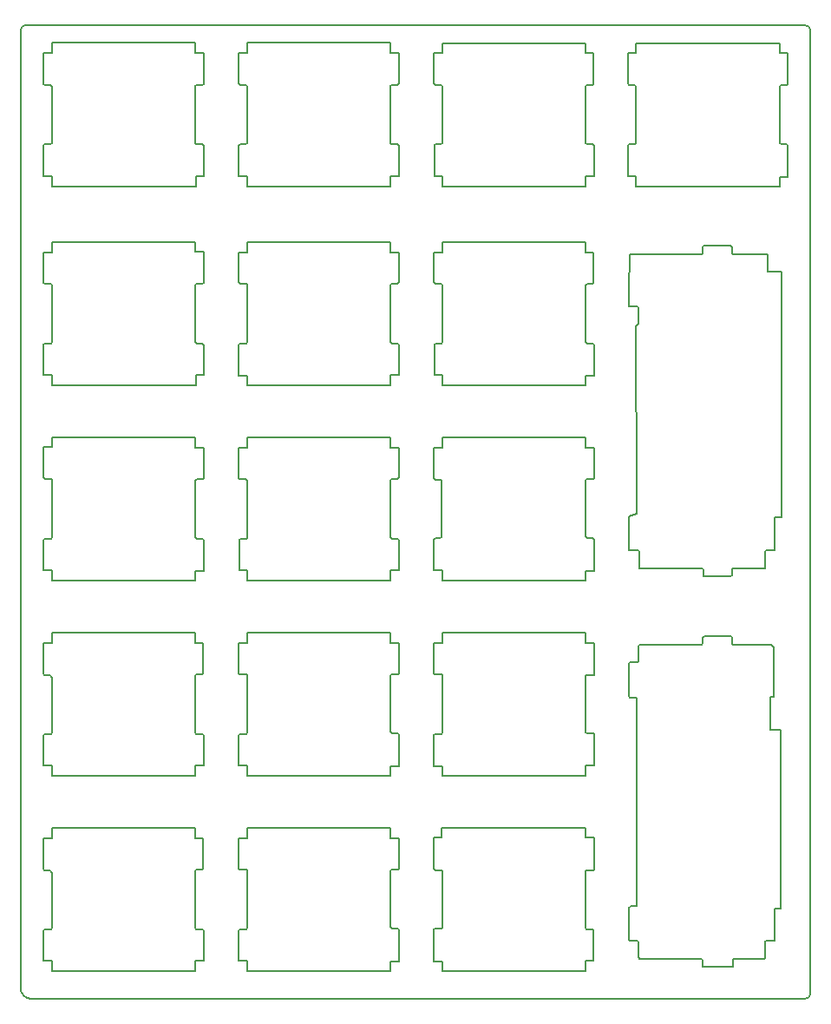
<source format=gm1>
G04 #@! TF.GenerationSoftware,KiCad,Pcbnew,(5.1.9)-1*
G04 #@! TF.CreationDate,2021-05-26T14:26:09+01:00*
G04 #@! TF.ProjectId,YamPlate,59616d50-6c61-4746-952e-6b696361645f,rev?*
G04 #@! TF.SameCoordinates,Original*
G04 #@! TF.FileFunction,Profile,NP*
%FSLAX46Y46*%
G04 Gerber Fmt 4.6, Leading zero omitted, Abs format (unit mm)*
G04 Created by KiCad (PCBNEW (5.1.9)-1) date 2021-05-26 14:26:09*
%MOMM*%
%LPD*%
G01*
G04 APERTURE LIST*
G04 #@! TA.AperFunction,Profile*
%ADD10C,0.150000*%
G04 #@! TD*
G04 APERTURE END LIST*
D10*
X121158000Y-150215600D02*
X135178800Y-150215600D01*
X135178800Y-150215600D02*
X135178800Y-149250400D01*
X135178800Y-149250400D02*
X135991600Y-149250400D01*
X116230400Y-140309600D02*
X116789200Y-140309600D01*
X116941600Y-146202400D02*
X116789200Y-146100800D01*
X116890800Y-140208000D02*
X116890800Y-137210800D01*
X101295200Y-140208000D02*
X101346000Y-140360400D01*
X116128800Y-145999200D02*
X116128800Y-140411200D01*
X116890800Y-137210800D02*
X116128800Y-137210800D01*
X102057200Y-140512800D02*
X102108000Y-140563600D01*
X101295200Y-146253200D02*
X101295200Y-149199600D01*
X116128800Y-150215600D02*
X116128800Y-149199600D01*
X101346000Y-140360400D02*
X101955600Y-140360400D01*
X116128800Y-140411200D02*
X116230400Y-140309600D01*
X101955600Y-140360400D02*
X102057200Y-140512800D01*
X101295200Y-149199600D02*
X102108000Y-149199600D01*
X102006400Y-146100800D02*
X101447600Y-146100800D01*
X102108000Y-149199600D02*
X102108000Y-150215600D01*
X116789200Y-146100800D02*
X116179600Y-146100800D01*
X116789200Y-140309600D02*
X116890800Y-140208000D01*
X116128800Y-137210800D02*
X116128800Y-136194800D01*
X102108000Y-140563600D02*
X102108000Y-145999200D01*
X116179600Y-146100800D02*
X116128800Y-145999200D01*
X102108000Y-145999200D02*
X102006400Y-146100800D01*
X101447600Y-146100800D02*
X101295200Y-146253200D01*
X102108000Y-150215600D02*
X116128800Y-150215600D01*
X116128800Y-149199600D02*
X116941600Y-149199600D01*
X116941600Y-149199600D02*
X116941600Y-146202400D01*
X135178800Y-136194800D02*
X121158000Y-136194800D01*
X121158000Y-149199600D02*
X121158000Y-150215600D01*
X121107200Y-140309600D02*
X121158000Y-140411200D01*
X121158000Y-145999200D02*
X121056400Y-146100800D01*
X120497600Y-146100800D02*
X120345200Y-146253200D01*
X120345200Y-149199600D02*
X121158000Y-149199600D01*
X135178800Y-145897600D02*
X135178800Y-140411200D01*
X120345200Y-140208000D02*
X120446800Y-140309600D01*
X135991600Y-140208000D02*
X135991600Y-137210800D01*
X135280400Y-140309600D02*
X135890000Y-140309600D01*
X135331200Y-146050000D02*
X135178800Y-145897600D01*
X135178800Y-140411200D02*
X135280400Y-140309600D01*
X121158000Y-137210800D02*
X120345200Y-137210800D01*
X135991600Y-146202400D02*
X135890000Y-146050000D01*
X135890000Y-146050000D02*
X135331200Y-146050000D01*
X135890000Y-140309600D02*
X135991600Y-140208000D01*
X120446800Y-140309600D02*
X121107200Y-140309600D01*
X121158000Y-136194800D02*
X121158000Y-137210800D01*
X120345200Y-146253200D02*
X120345200Y-149199600D01*
X121158000Y-140411200D02*
X121158000Y-145999200D01*
X135991600Y-137210800D02*
X135178800Y-137210800D01*
X135991600Y-149250400D02*
X135991600Y-146202400D01*
X121056400Y-146100800D02*
X120497600Y-146100800D01*
X135178800Y-137210800D02*
X135178800Y-136194800D01*
X120345200Y-137210800D02*
X120345200Y-140208000D01*
X101295200Y-137210800D02*
X101295200Y-140208000D01*
X116128800Y-136194800D02*
X102108000Y-136194800D01*
X102108000Y-136194800D02*
X102108000Y-137210800D01*
X102108000Y-137210800D02*
X101295200Y-137210800D01*
X158470600Y-63754000D02*
X158978600Y-63754000D01*
X158318200Y-60655200D02*
X158318200Y-63601600D01*
X173964600Y-69697600D02*
X173812200Y-69545200D01*
X173151800Y-60655200D02*
X173151800Y-59690000D01*
X173812200Y-69545200D02*
X173304200Y-69545200D01*
X159131000Y-72644000D02*
X159131000Y-73660000D01*
X173151800Y-63906400D02*
X173253400Y-63754000D01*
X173151800Y-69443600D02*
X173151800Y-63906400D01*
X159131000Y-60655200D02*
X158318200Y-60655200D01*
X159131000Y-63855600D02*
X159131000Y-69443600D01*
X173151800Y-73660000D02*
X173151800Y-72694800D01*
X173913800Y-63652400D02*
X173913800Y-60655200D01*
X173964600Y-72694800D02*
X173964600Y-69697600D01*
X158369000Y-72644000D02*
X159131000Y-72644000D01*
X159131000Y-69443600D02*
X159029400Y-69545200D01*
X173304200Y-69545200D02*
X173151800Y-69443600D01*
X173812200Y-63754000D02*
X173913800Y-63652400D01*
X173913800Y-60655200D02*
X173151800Y-60655200D01*
X173151800Y-72694800D02*
X173964600Y-72694800D01*
X158470600Y-69545200D02*
X158369000Y-69646800D01*
X173151800Y-73660000D02*
X159131000Y-73660000D01*
X158978600Y-63754000D02*
X159131000Y-63855600D01*
X173253400Y-63754000D02*
X173812200Y-63754000D01*
X159029400Y-69545200D02*
X158470600Y-69545200D01*
X159131000Y-59690000D02*
X159131000Y-60655200D01*
X173151800Y-59690000D02*
X159131000Y-59690000D01*
X158369000Y-69646800D02*
X158369000Y-72644000D01*
X158318200Y-63601600D02*
X158470600Y-63754000D01*
X172212000Y-123444000D02*
X172593000Y-123444000D01*
X172212000Y-126593600D02*
X172212000Y-123444000D01*
X135270400Y-63729600D02*
X135168800Y-63831200D01*
X135168800Y-59614800D02*
X135168800Y-60630800D01*
X120487600Y-63729600D02*
X120335200Y-63577200D01*
X120335200Y-63577200D02*
X120335200Y-60630800D01*
X121148000Y-60630800D02*
X121148000Y-59614800D01*
X135168800Y-60630800D02*
X135981600Y-60630800D01*
X121148000Y-59614800D02*
X135168800Y-59614800D01*
X135981600Y-60630800D02*
X135981600Y-63577200D01*
X135981600Y-63577200D02*
X135829200Y-63729600D01*
X135981600Y-72619600D02*
X135168800Y-72619600D01*
X135168800Y-63831200D02*
X135168800Y-69419200D01*
X135829200Y-69520800D02*
X135981600Y-69673200D01*
X116118800Y-73635600D02*
X102098000Y-73635600D01*
X135168800Y-69419200D02*
X135270400Y-69520800D01*
X135168800Y-72619600D02*
X135168800Y-73635600D01*
X135981600Y-69673200D02*
X135981600Y-72619600D01*
X102098000Y-73635600D02*
X102098000Y-72619600D01*
X135829200Y-63729600D02*
X135270400Y-63729600D01*
X120335200Y-60630800D02*
X121148000Y-60630800D01*
X121148000Y-69419200D02*
X121148000Y-63831200D01*
X135270400Y-69520800D02*
X135829200Y-69520800D01*
X121148000Y-63831200D02*
X121046400Y-63729600D01*
X121046400Y-63729600D02*
X120487600Y-63729600D01*
X116779200Y-63729600D02*
X116220400Y-63729600D01*
X116118800Y-60580000D02*
X116931600Y-60580000D01*
X116931600Y-63628000D02*
X116779200Y-63729600D01*
X102098000Y-69419200D02*
X102098000Y-63882000D01*
X116118800Y-69419200D02*
X116220400Y-69520800D01*
X116118800Y-59614800D02*
X116118800Y-60580000D01*
X101996400Y-63729600D02*
X101437600Y-63729600D01*
X116779200Y-69520800D02*
X116880800Y-69622400D01*
X116220400Y-63729600D02*
X116118800Y-63831200D01*
X116931600Y-60580000D02*
X116931600Y-63628000D01*
X116220400Y-69520800D02*
X116779200Y-69520800D01*
X102098000Y-59614800D02*
X116118800Y-59614800D01*
X102098000Y-72619600D02*
X101285200Y-72619600D01*
X102098000Y-60630800D02*
X102098000Y-59614800D01*
X101285200Y-63628000D02*
X101285200Y-60630800D01*
X116118800Y-63831200D02*
X116118800Y-69419200D01*
X101285200Y-72619600D02*
X101285200Y-69673200D01*
X101285200Y-69673200D02*
X101386800Y-69520800D01*
X101386800Y-69520800D02*
X101996400Y-69520800D01*
X101996400Y-69520800D02*
X102098000Y-69419200D01*
X102098000Y-63882000D02*
X101996400Y-63729600D01*
X101437600Y-63729600D02*
X101285200Y-63628000D01*
X101285200Y-60630800D02*
X102098000Y-60630800D01*
X155031600Y-72670400D02*
X155031600Y-69673200D01*
X154980800Y-60630800D02*
X154218800Y-60630800D01*
X155031600Y-69673200D02*
X154879200Y-69520800D01*
X154320400Y-63729600D02*
X154879200Y-63729600D01*
X154218800Y-69419200D02*
X154218800Y-63882000D01*
X154879200Y-63729600D02*
X154980800Y-63628000D01*
X154879200Y-69520800D02*
X154371200Y-69520800D01*
X154980800Y-63628000D02*
X154980800Y-60630800D01*
X154218800Y-63882000D02*
X154320400Y-63729600D01*
X154218800Y-73635600D02*
X154218800Y-72670400D01*
X154218800Y-72670400D02*
X155031600Y-72670400D01*
X154371200Y-69520800D02*
X154218800Y-69419200D01*
X140096400Y-69520800D02*
X139537600Y-69520800D01*
X140198000Y-69419200D02*
X140096400Y-69520800D01*
X139436000Y-72619600D02*
X140198000Y-72619600D01*
X140198000Y-72619600D02*
X140198000Y-73635600D01*
X121148000Y-73635600D02*
X121148000Y-72670400D01*
X120335200Y-72670400D02*
X120335200Y-69673200D01*
X120335200Y-69673200D02*
X120487600Y-69520800D01*
X121046400Y-69520800D02*
X121148000Y-69419200D01*
X154218800Y-60630800D02*
X154218800Y-59665600D01*
X121148000Y-72670400D02*
X120335200Y-72670400D01*
X154218800Y-59665600D02*
X140198000Y-59665600D01*
X140198000Y-59665600D02*
X140198000Y-60630800D01*
X140198000Y-63831200D02*
X140198000Y-69419200D01*
X120487600Y-69520800D02*
X121046400Y-69520800D01*
X140198000Y-60630800D02*
X139385200Y-60630800D01*
X139385200Y-60630800D02*
X139385200Y-63577200D01*
X139385200Y-63577200D02*
X139537600Y-63729600D01*
X135168800Y-73635600D02*
X121148000Y-73635600D01*
X140045600Y-63729600D02*
X140198000Y-63831200D01*
X139436000Y-69622400D02*
X139436000Y-72619600D01*
X154218800Y-73635600D02*
X140198000Y-73635600D01*
X139537600Y-69520800D02*
X139436000Y-69622400D01*
X139537600Y-63729600D02*
X140045600Y-63729600D01*
X116931600Y-72619600D02*
X116169600Y-72619600D01*
X116169600Y-72619600D02*
X116169600Y-73635600D01*
X116169600Y-73635600D02*
X116118800Y-73635600D01*
X116880800Y-69622400D02*
X116931600Y-69673200D01*
X116931600Y-69673200D02*
X116931600Y-72619600D01*
X155041600Y-121361200D02*
X155041600Y-121158000D01*
X154228800Y-121361200D02*
X155041600Y-121361200D01*
X172339000Y-118364000D02*
X171551600Y-118364000D01*
X172593000Y-118618000D02*
X172339000Y-118364000D01*
X172593000Y-120015000D02*
X172593000Y-118618000D01*
X172593000Y-123444000D02*
X172593000Y-120015000D01*
X173228000Y-126619000D02*
X172212000Y-126619000D01*
X173228000Y-144068800D02*
X173228000Y-126619000D01*
X159156400Y-123494800D02*
X158496000Y-123494800D01*
X159156400Y-126695200D02*
X159156400Y-123494800D01*
X171958000Y-80264000D02*
X171627800Y-80264000D01*
X172618400Y-105918000D02*
X173355000Y-105918000D01*
X172618400Y-105918000D02*
X172618400Y-109067600D01*
X173355000Y-102870000D02*
X173355000Y-105918000D01*
X171958000Y-81915000D02*
X171958000Y-80264000D01*
X172720000Y-81915000D02*
X171958000Y-81915000D01*
X173355000Y-81915000D02*
X173355000Y-102870000D01*
X172720000Y-81915000D02*
X173355000Y-81915000D01*
X158546800Y-80264000D02*
X165506400Y-80264000D01*
X158546800Y-80264000D02*
X158546800Y-80365600D01*
X158546800Y-81940400D02*
X158546800Y-80365600D01*
X158521400Y-81991200D02*
X158546800Y-81940400D01*
X171704000Y-110947200D02*
X171704000Y-110794800D01*
X168478200Y-110947200D02*
X171704000Y-110947200D01*
X165684200Y-111023400D02*
X165582600Y-110871000D01*
X159156400Y-105562400D02*
X158394400Y-105867200D01*
X100076000Y-152908000D02*
X100038800Y-152905575D01*
X159131000Y-87249000D02*
X159385000Y-86995000D01*
X159131000Y-88620600D02*
X159131000Y-87249000D01*
X159156400Y-102489000D02*
X159156400Y-105562400D01*
X172669200Y-144068800D02*
X172669200Y-144119600D01*
X173228000Y-144068800D02*
X172669200Y-144068800D01*
X158648400Y-143865600D02*
X158546800Y-143916400D01*
X159156400Y-143865600D02*
X158648400Y-143865600D01*
X159156400Y-140563600D02*
X159156400Y-143865600D01*
X100038800Y-152905575D02*
G75*
G02*
X99060000Y-151790400I87999J1064376D01*
G01*
X116179600Y-93065600D02*
X116128800Y-93065600D01*
X116179600Y-92049600D02*
X116179600Y-93065600D01*
X116941600Y-92049600D02*
X116179600Y-92049600D01*
X116941600Y-89103200D02*
X116941600Y-92049600D01*
X116890800Y-89052400D02*
X116941600Y-89103200D01*
X116789200Y-88950800D02*
X116890800Y-89052400D01*
X116230400Y-88950800D02*
X116789200Y-88950800D01*
X116128800Y-88849200D02*
X116230400Y-88950800D01*
X116128800Y-83261200D02*
X116128800Y-88849200D01*
X116230400Y-83159600D02*
X116128800Y-83261200D01*
X116789200Y-83159600D02*
X116230400Y-83159600D01*
X116941600Y-83058000D02*
X116789200Y-83159600D01*
X116941600Y-80010000D02*
X116941600Y-83058000D01*
X116128800Y-80010000D02*
X116941600Y-80010000D01*
X116128800Y-79044800D02*
X116128800Y-80010000D01*
X102108000Y-79044800D02*
X116128800Y-79044800D01*
X102108000Y-80060800D02*
X102108000Y-79044800D01*
X101295200Y-80060800D02*
X102108000Y-80060800D01*
X101295200Y-83058000D02*
X101295200Y-80060800D01*
X101447600Y-83159600D02*
X101295200Y-83058000D01*
X102006400Y-83159600D02*
X101447600Y-83159600D01*
X102108000Y-83312000D02*
X102006400Y-83159600D01*
X102108000Y-88849200D02*
X102108000Y-83312000D01*
X102006400Y-88950800D02*
X102108000Y-88849200D01*
X101396800Y-88950800D02*
X102006400Y-88950800D01*
X101295200Y-89103200D02*
X101396800Y-88950800D01*
X101295200Y-92049600D02*
X101295200Y-89103200D01*
X102108000Y-92049600D02*
X101295200Y-92049600D01*
X102108000Y-93065600D02*
X102108000Y-92049600D01*
X116128800Y-93065600D02*
X102108000Y-93065600D01*
X135178800Y-92049600D02*
X135178800Y-93065600D01*
X135991600Y-92049600D02*
X135178800Y-92049600D01*
X135991600Y-89103200D02*
X135991600Y-92049600D01*
X135839200Y-88950800D02*
X135991600Y-89103200D01*
X135280400Y-88950800D02*
X135839200Y-88950800D01*
X135178800Y-88849200D02*
X135280400Y-88950800D01*
X135178800Y-83261200D02*
X135178800Y-88849200D01*
X135280400Y-83159600D02*
X135178800Y-83261200D01*
X135839200Y-83159600D02*
X135280400Y-83159600D01*
X135991600Y-83007200D02*
X135839200Y-83159600D01*
X135991600Y-80060800D02*
X135991600Y-83007200D01*
X135178800Y-80060800D02*
X135991600Y-80060800D01*
X135178800Y-79044800D02*
X135178800Y-80060800D01*
X121158000Y-79044800D02*
X135178800Y-79044800D01*
X121158000Y-80060800D02*
X121158000Y-79044800D01*
X120345200Y-80060800D02*
X121158000Y-80060800D01*
X120345200Y-83007200D02*
X120345200Y-80060800D01*
X120497600Y-83159600D02*
X120345200Y-83007200D01*
X121056400Y-83159600D02*
X120497600Y-83159600D01*
X121158000Y-83261200D02*
X121056400Y-83159600D01*
X121158000Y-88849200D02*
X121158000Y-83261200D01*
X121056400Y-88950800D02*
X121158000Y-88849200D01*
X120497600Y-88950800D02*
X121056400Y-88950800D01*
X120345200Y-89103200D02*
X120497600Y-88950800D01*
X120345200Y-92100400D02*
X120345200Y-89103200D01*
X121158000Y-92100400D02*
X120345200Y-92100400D01*
X121158000Y-93065600D02*
X121158000Y-92100400D01*
X135178800Y-93065600D02*
X121158000Y-93065600D01*
X154228800Y-93065600D02*
X140208000Y-93065600D01*
X140208000Y-92049600D02*
X140208000Y-93065600D01*
X139446000Y-92049600D02*
X140208000Y-92049600D01*
X139446000Y-89052400D02*
X139446000Y-92049600D01*
X139547600Y-88950800D02*
X139446000Y-89052400D01*
X140106400Y-88950800D02*
X139547600Y-88950800D01*
X140208000Y-88849200D02*
X140106400Y-88950800D01*
X140208000Y-83261200D02*
X140208000Y-88849200D01*
X140055600Y-83159600D02*
X140208000Y-83261200D01*
X139547600Y-83159600D02*
X140055600Y-83159600D01*
X139395200Y-83007200D02*
X139547600Y-83159600D01*
X139395200Y-80060800D02*
X139395200Y-83007200D01*
X140208000Y-80060800D02*
X139395200Y-80060800D01*
X140208000Y-79095600D02*
X140208000Y-80060800D01*
X154228800Y-79095600D02*
X140208000Y-79095600D01*
X154228800Y-80060800D02*
X154228800Y-79095600D01*
X154990800Y-80060800D02*
X154228800Y-80060800D01*
X154990800Y-83058000D02*
X154990800Y-80060800D01*
X154889200Y-83159600D02*
X154990800Y-83058000D01*
X154330400Y-83159600D02*
X154889200Y-83159600D01*
X154228800Y-83312000D02*
X154330400Y-83159600D01*
X154228800Y-88849200D02*
X154228800Y-83312000D01*
X154381200Y-88950800D02*
X154228800Y-88849200D01*
X154889200Y-88950800D02*
X154381200Y-88950800D01*
X155041600Y-89103200D02*
X154889200Y-88950800D01*
X155041600Y-92100400D02*
X155041600Y-89103200D01*
X154228800Y-92100400D02*
X155041600Y-92100400D01*
X154228800Y-93065600D02*
X154228800Y-92100400D01*
X140208000Y-99110800D02*
X139395200Y-99110800D01*
X140208000Y-98094800D02*
X140208000Y-99110800D01*
X154228800Y-98094800D02*
X140208000Y-98094800D01*
X154228800Y-99110800D02*
X154228800Y-98094800D01*
X155041600Y-99110800D02*
X154228800Y-99110800D01*
X155041600Y-102108000D02*
X155041600Y-99110800D01*
X154940000Y-102209600D02*
X155041600Y-102108000D01*
X154330400Y-102209600D02*
X154940000Y-102209600D01*
X154228800Y-102311200D02*
X154330400Y-102209600D01*
X154228800Y-107797600D02*
X154228800Y-102311200D01*
X154330400Y-107950000D02*
X154228800Y-107797600D01*
X154889200Y-107950000D02*
X154330400Y-107950000D01*
X155041600Y-108102400D02*
X154889200Y-107950000D01*
X155041600Y-111150400D02*
X155041600Y-108102400D01*
X154228800Y-111150400D02*
X155041600Y-111150400D01*
X154228800Y-112115600D02*
X154228800Y-111150400D01*
X140208000Y-112115600D02*
X154228800Y-112115600D01*
X140208000Y-111099600D02*
X140208000Y-112115600D01*
X139395200Y-111099600D02*
X140208000Y-111099600D01*
X139395200Y-108102400D02*
X139395200Y-111099600D01*
X139547600Y-107950000D02*
X139395200Y-108102400D01*
X140004800Y-107950000D02*
X139547600Y-107950000D01*
X140157200Y-107848400D02*
X140004800Y-107950000D01*
X140157200Y-102362000D02*
X140157200Y-107848400D01*
X140055600Y-102260400D02*
X140157200Y-102362000D01*
X139547600Y-102260400D02*
X140055600Y-102260400D01*
X139395200Y-102108000D02*
X139547600Y-102260400D01*
X139395200Y-99110800D02*
X139395200Y-102108000D01*
X121158000Y-99110800D02*
X120345200Y-99110800D01*
X121158000Y-98094800D02*
X121158000Y-99110800D01*
X135178800Y-98094800D02*
X121158000Y-98094800D01*
X135178800Y-99110800D02*
X135178800Y-98094800D01*
X135991600Y-99110800D02*
X135178800Y-99110800D01*
X135991600Y-102057200D02*
X135991600Y-99110800D01*
X135839200Y-102209600D02*
X135991600Y-102057200D01*
X135280400Y-102209600D02*
X135839200Y-102209600D01*
X135178800Y-102311200D02*
X135280400Y-102209600D01*
X135178800Y-107899200D02*
X135178800Y-102311200D01*
X135280400Y-108000800D02*
X135178800Y-107899200D01*
X135839200Y-108000800D02*
X135280400Y-108000800D01*
X135991600Y-108153200D02*
X135839200Y-108000800D01*
X135991600Y-111099600D02*
X135991600Y-108153200D01*
X135178800Y-111099600D02*
X135991600Y-111099600D01*
X135178800Y-111150400D02*
X135178800Y-111099600D01*
X135178800Y-112115600D02*
X135178800Y-111150400D01*
X121158000Y-112115600D02*
X135178800Y-112115600D01*
X121158000Y-111099600D02*
X121158000Y-112115600D01*
X120396000Y-111099600D02*
X121158000Y-111099600D01*
X120396000Y-108153200D02*
X120396000Y-111099600D01*
X120497600Y-108051600D02*
X120396000Y-108153200D01*
X121056400Y-108051600D02*
X120497600Y-108051600D01*
X121158000Y-107950000D02*
X121056400Y-108051600D01*
X121158000Y-102362000D02*
X121158000Y-107950000D01*
X121005600Y-102209600D02*
X121158000Y-102362000D01*
X120446800Y-102209600D02*
X121005600Y-102209600D01*
X120345200Y-102108000D02*
X120446800Y-102209600D01*
X120345200Y-102006400D02*
X120345200Y-102108000D01*
X120345200Y-99110800D02*
X120345200Y-102006400D01*
X101447600Y-108000800D02*
X101320600Y-108127800D01*
X102006400Y-108000800D02*
X101447600Y-108000800D01*
X102108000Y-107899200D02*
X102006400Y-108000800D01*
X102108000Y-102311200D02*
X102108000Y-107899200D01*
X102006400Y-102209600D02*
X102108000Y-102311200D01*
X101447600Y-102209600D02*
X102006400Y-102209600D01*
X101295200Y-102057200D02*
X101447600Y-102209600D01*
X101295200Y-99060000D02*
X101295200Y-102057200D01*
X102108000Y-99060000D02*
X101295200Y-99060000D01*
X102108000Y-98094800D02*
X102108000Y-99060000D01*
X116128800Y-98094800D02*
X102108000Y-98094800D01*
X116128800Y-99110800D02*
X116128800Y-98094800D01*
X116941600Y-99110800D02*
X116128800Y-99110800D01*
X116941600Y-102108000D02*
X116941600Y-99110800D01*
X116840000Y-102209600D02*
X116941600Y-102108000D01*
X116281200Y-102209600D02*
X116840000Y-102209600D01*
X116128800Y-102362000D02*
X116281200Y-102209600D01*
X116128800Y-107848400D02*
X116128800Y-102362000D01*
X116281200Y-108000800D02*
X116128800Y-107848400D01*
X116789200Y-108000800D02*
X116281200Y-108000800D01*
X116941600Y-108153200D02*
X116789200Y-108000800D01*
X116941600Y-111150400D02*
X116941600Y-108153200D01*
X116128800Y-111150400D02*
X116941600Y-111150400D01*
X116128800Y-112115600D02*
X116128800Y-111150400D01*
X102108000Y-112115600D02*
X116128800Y-112115600D01*
X102108000Y-111099600D02*
X102108000Y-112115600D01*
X101320600Y-111099600D02*
X102108000Y-111099600D01*
X101320600Y-108127800D02*
X101320600Y-111099600D01*
X140208000Y-118160800D02*
X140208000Y-117144800D01*
X139395200Y-118160800D02*
X140208000Y-118160800D01*
X139395200Y-121158000D02*
X139395200Y-118160800D01*
X139496800Y-121259600D02*
X139395200Y-121158000D01*
X140106400Y-121259600D02*
X139496800Y-121259600D01*
X140208000Y-121361200D02*
X140106400Y-121259600D01*
X140208000Y-126949200D02*
X140208000Y-121361200D01*
X140106400Y-127050800D02*
X140208000Y-126949200D01*
X139496800Y-127050800D02*
X140106400Y-127050800D01*
X139395200Y-127203200D02*
X139496800Y-127050800D01*
X139395200Y-130200400D02*
X139395200Y-127203200D01*
X139446000Y-130200400D02*
X139395200Y-130200400D01*
X140208000Y-130200400D02*
X139446000Y-130200400D01*
X140208000Y-131165600D02*
X140208000Y-130200400D01*
X154228800Y-131165600D02*
X140208000Y-131165600D01*
X154228800Y-130149600D02*
X154228800Y-131165600D01*
X155041600Y-130149600D02*
X154228800Y-130149600D01*
X155041600Y-127101600D02*
X155041600Y-130149600D01*
X154940000Y-127000000D02*
X155041600Y-127101600D01*
X154330400Y-127000000D02*
X154940000Y-127000000D01*
X154228800Y-126898400D02*
X154330400Y-127000000D01*
X154228800Y-121361200D02*
X154228800Y-126898400D01*
X155041600Y-118160800D02*
X155041600Y-121158000D01*
X154228800Y-118160800D02*
X155041600Y-118160800D01*
X154228800Y-117144800D02*
X154228800Y-118160800D01*
X140208000Y-117144800D02*
X154228800Y-117144800D01*
X121158000Y-130149600D02*
X121158000Y-131165600D01*
X120345200Y-130149600D02*
X121158000Y-130149600D01*
X120345200Y-127203200D02*
X120345200Y-130149600D01*
X120497600Y-127050800D02*
X120345200Y-127203200D01*
X121056400Y-127050800D02*
X120497600Y-127050800D01*
X121158000Y-126949200D02*
X121056400Y-127050800D01*
X121158000Y-121361200D02*
X121158000Y-126949200D01*
X121107200Y-121259600D02*
X121158000Y-121361200D01*
X120446800Y-121259600D02*
X121107200Y-121259600D01*
X120345200Y-121158000D02*
X120446800Y-121259600D01*
X120345200Y-118160800D02*
X120345200Y-121158000D01*
X121158000Y-118160800D02*
X120345200Y-118160800D01*
X121158000Y-117144800D02*
X121158000Y-118160800D01*
X135178800Y-117144800D02*
X121158000Y-117144800D01*
X135178800Y-118160800D02*
X135178800Y-117144800D01*
X135991600Y-118160800D02*
X135178800Y-118160800D01*
X135991600Y-121158000D02*
X135991600Y-118160800D01*
X135890000Y-121259600D02*
X135991600Y-121158000D01*
X135280400Y-121259600D02*
X135890000Y-121259600D01*
X135178800Y-121361200D02*
X135280400Y-121259600D01*
X135178800Y-126847600D02*
X135178800Y-121361200D01*
X135331200Y-127000000D02*
X135178800Y-126847600D01*
X135890000Y-127000000D02*
X135331200Y-127000000D01*
X135991600Y-127152400D02*
X135890000Y-127000000D01*
X135991600Y-130200400D02*
X135991600Y-127152400D01*
X135178800Y-130200400D02*
X135991600Y-130200400D01*
X135178800Y-131165600D02*
X135178800Y-130200400D01*
X121158000Y-131165600D02*
X135178800Y-131165600D01*
X116128800Y-118160800D02*
X116128800Y-117144800D01*
X116890800Y-118160800D02*
X116128800Y-118160800D01*
X116890800Y-121158000D02*
X116890800Y-118160800D01*
X116789200Y-121259600D02*
X116890800Y-121158000D01*
X116230400Y-121259600D02*
X116789200Y-121259600D01*
X116128800Y-121361200D02*
X116230400Y-121259600D01*
X116128800Y-126949200D02*
X116128800Y-121361200D01*
X116179600Y-127050800D02*
X116128800Y-126949200D01*
X116789200Y-127050800D02*
X116179600Y-127050800D01*
X116941600Y-127152400D02*
X116789200Y-127050800D01*
X116941600Y-130149600D02*
X116941600Y-127152400D01*
X116128800Y-130149600D02*
X116941600Y-130149600D01*
X116128800Y-131165600D02*
X116128800Y-130149600D01*
X102108000Y-131165600D02*
X116128800Y-131165600D01*
X102108000Y-130149600D02*
X102108000Y-131165600D01*
X101295200Y-130149600D02*
X102108000Y-130149600D01*
X101295200Y-127203200D02*
X101295200Y-130149600D01*
X101447600Y-127050800D02*
X101295200Y-127203200D01*
X102006400Y-127050800D02*
X101447600Y-127050800D01*
X102108000Y-126949200D02*
X102006400Y-127050800D01*
X102108000Y-121513600D02*
X102108000Y-126949200D01*
X102057200Y-121462800D02*
X102108000Y-121513600D01*
X101955600Y-121310400D02*
X102057200Y-121462800D01*
X101346000Y-121310400D02*
X101955600Y-121310400D01*
X101295200Y-121158000D02*
X101346000Y-121310400D01*
X101295200Y-118160800D02*
X101295200Y-121158000D01*
X102108000Y-118160800D02*
X101295200Y-118160800D01*
X102108000Y-117144800D02*
X102108000Y-118160800D01*
X116128800Y-117144800D02*
X102108000Y-117144800D01*
X154228800Y-149199600D02*
X154228800Y-150215600D01*
X154228800Y-149148800D02*
X154228800Y-149199600D01*
X154990800Y-149148800D02*
X154228800Y-149148800D01*
X154990800Y-146202400D02*
X154990800Y-149148800D01*
X154838400Y-146100800D02*
X154990800Y-146202400D01*
X154279600Y-146100800D02*
X154838400Y-146100800D01*
X154228800Y-145999200D02*
X154279600Y-146100800D01*
X154228800Y-140411200D02*
X154228800Y-145999200D01*
X154279600Y-140360400D02*
X154228800Y-140411200D01*
X154940000Y-140360400D02*
X154279600Y-140360400D01*
X155041600Y-140258800D02*
X154940000Y-140360400D01*
X155041600Y-137160000D02*
X155041600Y-140258800D01*
X154228800Y-137160000D02*
X155041600Y-137160000D01*
X154228800Y-136194800D02*
X154228800Y-137160000D01*
X140157200Y-136194800D02*
X154228800Y-136194800D01*
X140157200Y-137160000D02*
X140157200Y-136194800D01*
X139395200Y-137160000D02*
X140157200Y-137160000D01*
X139395200Y-140208000D02*
X139395200Y-137160000D01*
X139547600Y-140360400D02*
X139395200Y-140208000D01*
X140106400Y-140360400D02*
X139547600Y-140360400D01*
X140208000Y-140462000D02*
X140106400Y-140360400D01*
X140208000Y-145948400D02*
X140208000Y-140462000D01*
X140106400Y-146050000D02*
X140208000Y-145948400D01*
X139496800Y-146050000D02*
X140106400Y-146050000D01*
X139395200Y-146151600D02*
X139496800Y-146050000D01*
X139395200Y-149250400D02*
X139395200Y-146151600D01*
X140208000Y-149250400D02*
X139395200Y-149250400D01*
X140208000Y-150215600D02*
X140208000Y-149250400D01*
X154228800Y-150215600D02*
X140208000Y-150215600D01*
X159359600Y-118414800D02*
X159562800Y-118364000D01*
X159359600Y-119989600D02*
X159359600Y-118414800D01*
X159258000Y-120091200D02*
X159359600Y-119989600D01*
X158496000Y-120091200D02*
X159258000Y-120091200D01*
X158394400Y-120192800D02*
X158496000Y-120091200D01*
X158394400Y-123393200D02*
X158394400Y-120192800D01*
X158496000Y-123494800D02*
X158394400Y-123393200D01*
X159156400Y-140563600D02*
X159156400Y-126695200D01*
X158394400Y-144018000D02*
X158546800Y-143916400D01*
X158394400Y-147167600D02*
X158394400Y-144018000D01*
X158546800Y-147269200D02*
X158394400Y-147167600D01*
X159258000Y-147269200D02*
X158546800Y-147269200D01*
X159359600Y-147421600D02*
X159258000Y-147269200D01*
X159359600Y-148793200D02*
X159359600Y-147421600D01*
X159461200Y-148996400D02*
X159359600Y-148793200D01*
X165557200Y-148996400D02*
X159461200Y-148996400D01*
X165658800Y-149148800D02*
X165557200Y-148996400D01*
X165658800Y-149809200D02*
X165658800Y-149148800D01*
X168452800Y-149809200D02*
X165658800Y-149809200D01*
X168554400Y-149758400D02*
X168452800Y-149809200D01*
X168554400Y-149047200D02*
X168554400Y-149758400D01*
X168605200Y-148996400D02*
X168554400Y-149047200D01*
X171653200Y-148996400D02*
X168605200Y-148996400D01*
X171754800Y-148945600D02*
X171653200Y-148996400D01*
X171754800Y-148844000D02*
X171754800Y-148945600D01*
X171754800Y-147320000D02*
X171754800Y-148844000D01*
X171805600Y-147269200D02*
X171754800Y-147320000D01*
X172618400Y-147269200D02*
X171805600Y-147269200D01*
X172669200Y-147218400D02*
X172618400Y-147269200D01*
X172669200Y-144119600D02*
X172669200Y-147218400D01*
X168554400Y-118364000D02*
X171551600Y-118364000D01*
X168503600Y-118262400D02*
X168554400Y-118364000D01*
X168503600Y-117652800D02*
X168503600Y-118262400D01*
X168402000Y-117551200D02*
X168503600Y-117652800D01*
X165760400Y-117551200D02*
X168402000Y-117551200D01*
X165658800Y-117703600D02*
X165760400Y-117551200D01*
X165658800Y-118211600D02*
X165658800Y-117703600D01*
X165506400Y-118364000D02*
X165658800Y-118211600D01*
X159562800Y-118364000D02*
X165506400Y-118364000D01*
X168554400Y-80264000D02*
X171627800Y-80264000D01*
X168503600Y-80187800D02*
X168554400Y-80264000D01*
X168503600Y-79578200D02*
X168503600Y-80187800D01*
X168452800Y-79527400D02*
X168503600Y-79578200D01*
X168376600Y-79451200D02*
X168452800Y-79527400D01*
X165735000Y-79451200D02*
X168376600Y-79451200D01*
X165633400Y-79552800D02*
X165735000Y-79451200D01*
X165633400Y-80137000D02*
X165633400Y-79552800D01*
X165506400Y-80264000D02*
X165633400Y-80137000D01*
X158419800Y-82092800D02*
X158521400Y-81991200D01*
X158419800Y-85369400D02*
X158419800Y-82092800D01*
X159232600Y-85369400D02*
X158419800Y-85369400D01*
X159385000Y-85445600D02*
X159232600Y-85369400D01*
X159385000Y-86995000D02*
X159385000Y-85445600D01*
X159156400Y-102489000D02*
X159131000Y-88620600D01*
X158394400Y-109067600D02*
X158394400Y-105867200D01*
X158419800Y-109093000D02*
X158394400Y-109067600D01*
X158546800Y-109143800D02*
X158419800Y-109093000D01*
X159334200Y-109143800D02*
X158546800Y-109143800D01*
X159410400Y-109321600D02*
X159334200Y-109143800D01*
X159410400Y-110718600D02*
X159410400Y-109321600D01*
X159410400Y-110871000D02*
X159410400Y-110718600D01*
X159461200Y-110871000D02*
X159410400Y-110871000D01*
X165582600Y-110871000D02*
X159461200Y-110871000D01*
X165684200Y-111633000D02*
X165684200Y-111023400D01*
X165785800Y-111683800D02*
X165684200Y-111633000D01*
X168376600Y-111683800D02*
X165785800Y-111683800D01*
X168478200Y-111556800D02*
X168376600Y-111683800D01*
X168478200Y-110947200D02*
X168478200Y-111556800D01*
X171704000Y-110718600D02*
X171704000Y-110794800D01*
X171704000Y-109194600D02*
X171704000Y-110718600D01*
X171881800Y-109143800D02*
X171704000Y-109194600D01*
X172516800Y-109143800D02*
X171881800Y-109143800D01*
X172618400Y-109093000D02*
X172516800Y-109143800D01*
X172618400Y-109067600D02*
X172618400Y-109093000D01*
X175641000Y-57908000D02*
G75*
G02*
X176149000Y-58416000I0J-508000D01*
G01*
X176149000Y-152400000D02*
G75*
G02*
X175641000Y-152908000I-508000J0D01*
G01*
X99060000Y-58408000D02*
G75*
G02*
X99568000Y-57900000I508000J0D01*
G01*
X100076000Y-152908000D02*
X175641000Y-152908000D01*
X176149100Y-152400000D02*
X176149100Y-58416000D01*
X175641000Y-57908000D02*
X99568000Y-57908000D01*
X99060000Y-58416000D02*
X99060000Y-151790400D01*
M02*

</source>
